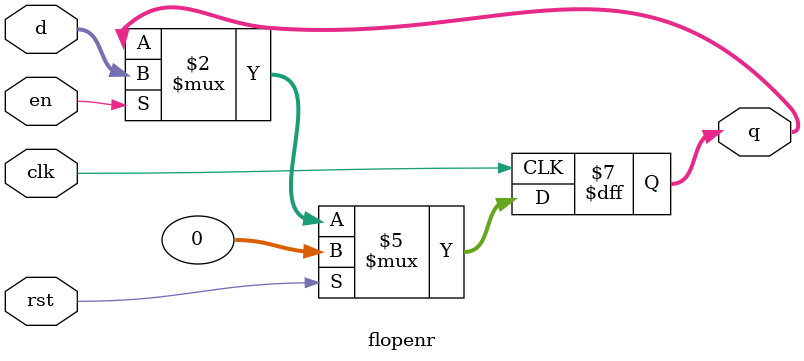
<source format=v>
`timescale 1ns / 1ps


module flopenr #(parameter WIDTH = 32)(
	input clk,rst,en,
	input [WIDTH-1:0] d,
	output reg [WIDTH-1:0] q
    );
	always @(posedge clk) begin
		if(rst) 
			q <= 0;
		else if(en) 
			q <= d;
	end
endmodule

</source>
